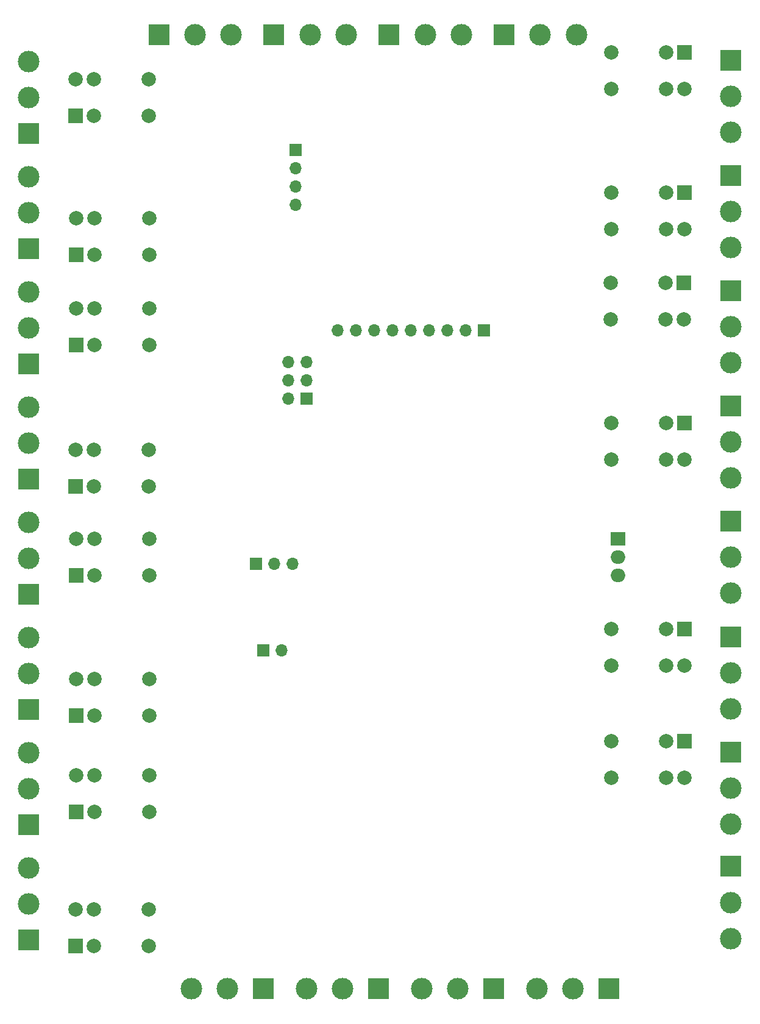
<source format=gbr>
%TF.GenerationSoftware,KiCad,Pcbnew,8.0.7-8.0.7-0~ubuntu22.04.1*%
%TF.CreationDate,2025-02-03T14:05:17-05:00*%
%TF.ProjectId,Keg Washer,4b656720-5761-4736-9865-722e6b696361,rev?*%
%TF.SameCoordinates,Original*%
%TF.FileFunction,Soldermask,Bot*%
%TF.FilePolarity,Negative*%
%FSLAX46Y46*%
G04 Gerber Fmt 4.6, Leading zero omitted, Abs format (unit mm)*
G04 Created by KiCad (PCBNEW 8.0.7-8.0.7-0~ubuntu22.04.1) date 2025-02-03 14:05:17*
%MOMM*%
%LPD*%
G01*
G04 APERTURE LIST*
%ADD10O,2.000000X1.905000*%
%ADD11R,2.000000X1.905000*%
%ADD12C,2.000000*%
%ADD13R,2.000000X2.000000*%
%ADD14C,3.000000*%
%ADD15R,3.000000X3.000000*%
%ADD16O,1.700000X1.700000*%
%ADD17R,1.700000X1.700000*%
G04 APERTURE END LIST*
D10*
%TO.C,U3*%
X237305000Y-144540000D03*
X237305000Y-142000000D03*
D11*
X237305000Y-139460000D03*
%TD*%
D12*
%TO.C,K14*%
X161917500Y-191000000D03*
X164457500Y-191000000D03*
X172077500Y-191000000D03*
X172077500Y-196080000D03*
X164457500Y-196080000D03*
D13*
X161917500Y-196080000D03*
%TD*%
D12*
%TO.C,K13*%
X162042500Y-172327500D03*
X164582500Y-172327500D03*
X172202500Y-172327500D03*
X172202500Y-177407500D03*
X164582500Y-177407500D03*
D13*
X162042500Y-177407500D03*
%TD*%
%TO.C,K12*%
X162000000Y-164080000D03*
D12*
X164540000Y-164080000D03*
X172160000Y-164080000D03*
X172160000Y-159000000D03*
X164540000Y-159000000D03*
X162000000Y-159000000D03*
%TD*%
D13*
%TO.C,K11*%
X162000000Y-144580000D03*
D12*
X164540000Y-144580000D03*
X172160000Y-144580000D03*
X172160000Y-139500000D03*
X164540000Y-139500000D03*
X162000000Y-139500000D03*
%TD*%
%TO.C,K10*%
X246540000Y-96500000D03*
X244000000Y-96500000D03*
X236380000Y-96500000D03*
X236380000Y-91420000D03*
X244000000Y-91420000D03*
D13*
X246540000Y-91420000D03*
%TD*%
D12*
%TO.C,K9*%
X246540000Y-77000000D03*
X244000000Y-77000000D03*
X236380000Y-77000000D03*
X236380000Y-71920000D03*
X244000000Y-71920000D03*
D13*
X246540000Y-71920000D03*
%TD*%
D12*
%TO.C,K8*%
X161917500Y-127172500D03*
X164457500Y-127172500D03*
X172077500Y-127172500D03*
X172077500Y-132252500D03*
X164457500Y-132252500D03*
D13*
X161917500Y-132252500D03*
%TD*%
D12*
%TO.C,K7*%
X162000000Y-107500000D03*
X164540000Y-107500000D03*
X172160000Y-107500000D03*
X172160000Y-112580000D03*
X164540000Y-112580000D03*
D13*
X162000000Y-112580000D03*
%TD*%
D12*
%TO.C,K6*%
X162000000Y-95000000D03*
X164540000Y-95000000D03*
X172160000Y-95000000D03*
X172160000Y-100080000D03*
X164540000Y-100080000D03*
D13*
X162000000Y-100080000D03*
%TD*%
D12*
%TO.C,K5*%
X161917500Y-75672500D03*
X164457500Y-75672500D03*
X172077500Y-75672500D03*
X172077500Y-80752500D03*
X164457500Y-80752500D03*
D13*
X161917500Y-80752500D03*
%TD*%
D12*
%TO.C,K4*%
X246540000Y-172672500D03*
X244000000Y-172672500D03*
X236380000Y-172672500D03*
X236380000Y-167592500D03*
X244000000Y-167592500D03*
D13*
X246540000Y-167592500D03*
%TD*%
D12*
%TO.C,K3*%
X246540000Y-157087500D03*
X244000000Y-157087500D03*
X236380000Y-157087500D03*
X236380000Y-152007500D03*
X244000000Y-152007500D03*
D13*
X246540000Y-152007500D03*
%TD*%
D12*
%TO.C,K2*%
X246540000Y-128500000D03*
X244000000Y-128500000D03*
X236380000Y-128500000D03*
X236380000Y-123420000D03*
X244000000Y-123420000D03*
D13*
X246540000Y-123420000D03*
%TD*%
D12*
%TO.C,K1*%
X246457500Y-109000000D03*
X243917500Y-109000000D03*
X236297500Y-109000000D03*
X236297500Y-103920000D03*
X243917500Y-103920000D03*
D13*
X246457500Y-103920000D03*
%TD*%
D14*
%TO.C,J29*%
X253000000Y-195000000D03*
X253000000Y-190000000D03*
D15*
X253000000Y-185000000D03*
%TD*%
D16*
%TO.C,J28*%
X190540000Y-155000000D03*
D17*
X188000000Y-155000000D03*
%TD*%
D16*
%TO.C,J27*%
X192080000Y-143000000D03*
X189540000Y-143000000D03*
D17*
X187000000Y-143000000D03*
%TD*%
D16*
%TO.C,J26*%
X198380000Y-110500000D03*
X200920000Y-110500000D03*
X203460000Y-110500000D03*
X206000000Y-110500000D03*
X208540000Y-110500000D03*
X211080000Y-110500000D03*
X213620000Y-110500000D03*
X216160000Y-110500000D03*
D17*
X218700000Y-110500000D03*
%TD*%
D16*
%TO.C,J25*%
X192500000Y-93120000D03*
X192500000Y-90580000D03*
X192500000Y-88040000D03*
D17*
X192500000Y-85500000D03*
%TD*%
D14*
%TO.C,J24*%
X183500000Y-69500000D03*
X178500000Y-69500000D03*
D15*
X173500000Y-69500000D03*
%TD*%
D14*
%TO.C,J23*%
X199500000Y-69500000D03*
X194500000Y-69500000D03*
D15*
X189500000Y-69500000D03*
%TD*%
D14*
%TO.C,J22*%
X253000000Y-147000000D03*
X253000000Y-142000000D03*
D15*
X253000000Y-137000000D03*
%TD*%
D14*
%TO.C,J21*%
X253000000Y-179087500D03*
X253000000Y-174087500D03*
D15*
X253000000Y-169087500D03*
%TD*%
D14*
%TO.C,J20*%
X253000000Y-163087500D03*
X253000000Y-158087500D03*
D15*
X253000000Y-153087500D03*
%TD*%
D14*
%TO.C,J19*%
X253000000Y-131000000D03*
X253000000Y-126000000D03*
D15*
X253000000Y-121000000D03*
%TD*%
D14*
%TO.C,J18*%
X253000000Y-115000000D03*
X253000000Y-110000000D03*
D15*
X253000000Y-105000000D03*
%TD*%
D14*
%TO.C,J17*%
X253000000Y-99000000D03*
X253000000Y-94000000D03*
D15*
X253000000Y-89000000D03*
%TD*%
D14*
%TO.C,J16*%
X253000000Y-83000000D03*
X253000000Y-78000000D03*
D15*
X253000000Y-73000000D03*
%TD*%
D14*
%TO.C,J15*%
X215500000Y-69500000D03*
X210500000Y-69500000D03*
D15*
X205500000Y-69500000D03*
%TD*%
D14*
%TO.C,J14*%
X231500000Y-69500000D03*
X226500000Y-69500000D03*
D15*
X221500000Y-69500000D03*
%TD*%
D14*
%TO.C,J13*%
X226000000Y-202000000D03*
X231000000Y-202000000D03*
D15*
X236000000Y-202000000D03*
%TD*%
D14*
%TO.C,J12*%
X210000000Y-202000000D03*
X215000000Y-202000000D03*
D15*
X220000000Y-202000000D03*
%TD*%
%TO.C,J11*%
X204000000Y-202000000D03*
D14*
X199000000Y-202000000D03*
X194000000Y-202000000D03*
%TD*%
%TO.C,J10*%
X178000000Y-202000000D03*
X183000000Y-202000000D03*
D15*
X188000000Y-202000000D03*
%TD*%
D14*
%TO.C,J9*%
X155457500Y-185172500D03*
X155457500Y-190172500D03*
D15*
X155457500Y-195172500D03*
%TD*%
%TO.C,J8*%
X155457500Y-179172500D03*
D14*
X155457500Y-174172500D03*
X155457500Y-169172500D03*
%TD*%
D15*
%TO.C,J7*%
X155457500Y-163172500D03*
D14*
X155457500Y-158172500D03*
X155457500Y-153172500D03*
%TD*%
D15*
%TO.C,J6*%
X155457500Y-147172500D03*
D14*
X155457500Y-142172500D03*
X155457500Y-137172500D03*
%TD*%
%TO.C,J5*%
X155457500Y-121172500D03*
X155457500Y-126172500D03*
D15*
X155457500Y-131172500D03*
%TD*%
D14*
%TO.C,J4*%
X155457500Y-105172500D03*
X155457500Y-110172500D03*
D15*
X155457500Y-115172500D03*
%TD*%
D14*
%TO.C,J3*%
X155457500Y-89172500D03*
X155457500Y-94172500D03*
D15*
X155457500Y-99172500D03*
%TD*%
D14*
%TO.C,J2*%
X155457500Y-73172500D03*
X155457500Y-78172500D03*
D15*
X155457500Y-83172500D03*
%TD*%
D16*
%TO.C,J1*%
X191460000Y-114920000D03*
X194000000Y-114920000D03*
X191460000Y-117460000D03*
X194000000Y-117460000D03*
X191460000Y-120000000D03*
D17*
X194000000Y-120000000D03*
%TD*%
M02*

</source>
